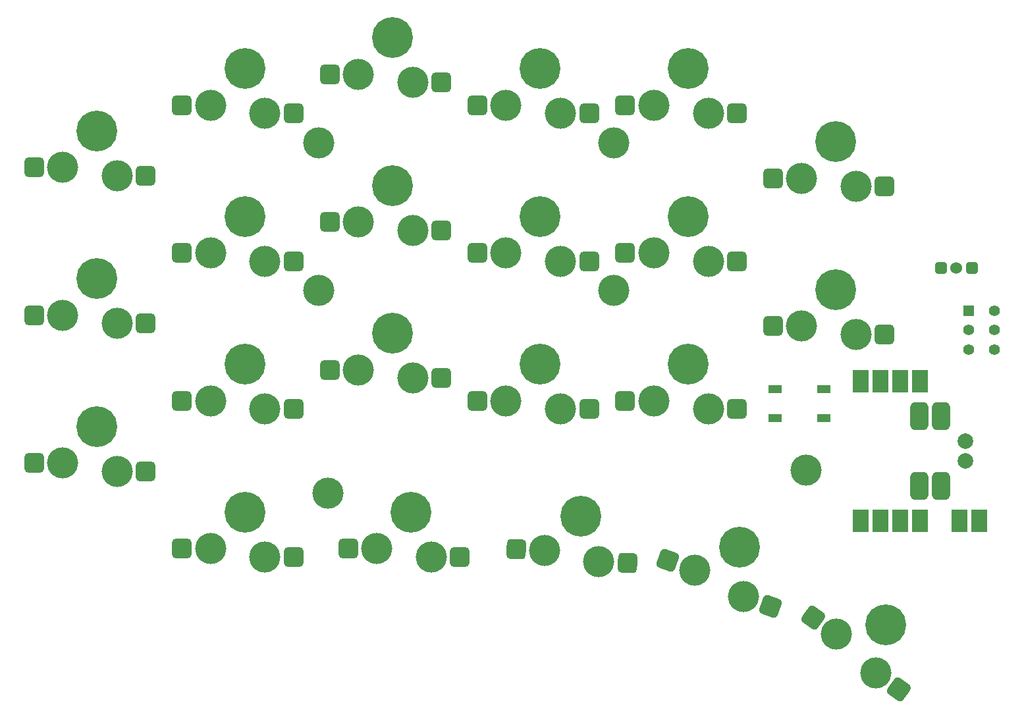
<source format=gbr>
%TF.GenerationSoftware,KiCad,Pcbnew,7.0.2-0*%
%TF.CreationDate,2024-02-20T01:11:18+01:00*%
%TF.ProjectId,defiant,64656669-616e-4742-9e6b-696361645f70,v0.1*%
%TF.SameCoordinates,Original*%
%TF.FileFunction,Soldermask,Bot*%
%TF.FilePolarity,Negative*%
%FSLAX46Y46*%
G04 Gerber Fmt 4.6, Leading zero omitted, Abs format (unit mm)*
G04 Created by KiCad (PCBNEW 7.0.2-0) date 2024-02-20 01:11:18*
%MOMM*%
%LPD*%
G01*
G04 APERTURE LIST*
G04 Aperture macros list*
%AMRoundRect*
0 Rectangle with rounded corners*
0 $1 Rounding radius*
0 $2 $3 $4 $5 $6 $7 $8 $9 X,Y pos of 4 corners*
0 Add a 4 corners polygon primitive as box body*
4,1,4,$2,$3,$4,$5,$6,$7,$8,$9,$2,$3,0*
0 Add four circle primitives for the rounded corners*
1,1,$1+$1,$2,$3*
1,1,$1+$1,$4,$5*
1,1,$1+$1,$6,$7*
1,1,$1+$1,$8,$9*
0 Add four rect primitives between the rounded corners*
20,1,$1+$1,$2,$3,$4,$5,0*
20,1,$1+$1,$4,$5,$6,$7,0*
20,1,$1+$1,$6,$7,$8,$9,0*
20,1,$1+$1,$8,$9,$2,$3,0*%
G04 Aperture macros list end*
%ADD10C,5.250000*%
%ADD11RoundRect,0.500000X-0.750000X-0.775000X0.750000X-0.775000X0.750000X0.775000X-0.750000X0.775000X0*%
%ADD12C,4.000000*%
%ADD13RoundRect,0.500000X-0.789533X-0.734686X0.708412X-0.813190X0.789533X0.734686X-0.708412X0.813190X0*%
%ADD14R,2.000000X3.000000*%
%ADD15C,2.000000*%
%ADD16RoundRect,0.575000X0.575000X-1.225000X0.575000X1.225000X-0.575000X1.225000X-0.575000X-1.225000X0*%
%ADD17RoundRect,0.500000X-1.062296X-0.186149X0.151229X-1.067827X1.062296X0.186149X-0.151229X1.067827X0*%
%ADD18RoundRect,0.381000X0.381000X0.381000X-0.381000X0.381000X-0.381000X-0.381000X0.381000X-0.381000X0*%
%ADD19C,1.524000*%
%ADD20RoundRect,0.500000X-0.969835X-0.471747X0.439704X-0.984777X0.969835X0.471747X-0.439704X0.984777X0*%
%ADD21RoundRect,0.500000X0.750000X0.775000X-0.750000X0.775000X-0.750000X-0.775000X0.750000X-0.775000X0*%
%ADD22R,1.400000X1.400000*%
%ADD23C,1.400000*%
%ADD24R,1.700000X1.000000*%
G04 APERTURE END LIST*
D10*
%TO.C,T0*%
X108176779Y-119757219D03*
X108176779Y-119757219D03*
D11*
X100101779Y-124457219D03*
D12*
X103776779Y-124457219D03*
X110776779Y-125507219D03*
D11*
X114451779Y-125507219D03*
%TD*%
D10*
%TO.C,T2*%
X151402214Y-120270094D03*
X151402214Y-120270094D03*
D13*
X143092302Y-124541040D03*
D12*
X146762265Y-124733375D03*
X153697719Y-126148287D03*
D13*
X157367683Y-126340622D03*
%TD*%
D14*
%TO.C,U1*%
X202640412Y-120905093D03*
X200100412Y-120905093D03*
X195020412Y-102905093D03*
X192480412Y-102905093D03*
X189940412Y-102905093D03*
X187400412Y-102905093D03*
X187400412Y-120905093D03*
X189940412Y-120905093D03*
X192480412Y-120905093D03*
X195020412Y-120905093D03*
D15*
X200870412Y-110635093D03*
X200870412Y-113175093D03*
D16*
X197670412Y-107405093D03*
X197670412Y-116405093D03*
X194895412Y-107405093D03*
X194895412Y-116405093D03*
%TD*%
D12*
%TO.C,REF\u002A\u002A*%
X117652213Y-91260093D03*
%TD*%
%TO.C,*%
X180377963Y-114406770D03*
%TD*%
%TO.C,*%
X118862214Y-117300092D03*
%TD*%
D10*
%TO.C,C5R2*%
X184176784Y-72140093D03*
X184176784Y-72140093D03*
D11*
X176101784Y-76840093D03*
D12*
X179776784Y-76840093D03*
X186776784Y-77890093D03*
D11*
X190451784Y-77890093D03*
%TD*%
D10*
%TO.C,T4*%
X190577573Y-134259665D03*
X190577573Y-134259665D03*
D17*
X181282170Y-133315679D03*
D12*
X184255308Y-135475790D03*
X189301252Y-140439754D03*
D17*
X192274389Y-142599865D03*
%TD*%
D10*
%TO.C,T1*%
X129551779Y-119757218D03*
X129551779Y-119757218D03*
D11*
X121476779Y-124457218D03*
D12*
X125151779Y-124457218D03*
X132151779Y-125507218D03*
D11*
X135826779Y-125507218D03*
%TD*%
D12*
%TO.C,REF\u002A\u002A*%
X155652214Y-72250093D03*
%TD*%
D18*
%TO.C,J1*%
X201677963Y-88406771D03*
X197677963Y-88406771D03*
D19*
X199677963Y-88406771D03*
%TD*%
D10*
%TO.C,T3*%
X171804793Y-124303461D03*
X171804793Y-124303461D03*
D20*
X162609280Y-125958204D03*
D12*
X166062651Y-127215128D03*
X172281378Y-130595946D03*
D20*
X175734748Y-131852870D03*
%TD*%
D10*
%TO.C,C5R3*%
X184176785Y-91140094D03*
X184176785Y-91140094D03*
D11*
X176101785Y-95840094D03*
D12*
X179776785Y-95840094D03*
X186776785Y-96890094D03*
D11*
X190451785Y-96890094D03*
%TD*%
D12*
%TO.C,REF\u002A\u002A*%
X117652214Y-72250093D03*
%TD*%
%TO.C,REF\u002A\u002A*%
X155652214Y-91260092D03*
%TD*%
D10*
%TO.C,C3R1*%
X146176778Y-62757218D03*
X146176778Y-62757218D03*
D21*
X152451778Y-68507218D03*
D12*
X148776778Y-68507218D03*
X141776778Y-67457218D03*
D21*
X138101778Y-67457218D03*
%TD*%
D10*
%TO.C,C3R3*%
X146176778Y-100757216D03*
X146176778Y-100757216D03*
D21*
X152451778Y-106507216D03*
D12*
X148776778Y-106507216D03*
X141776778Y-105457216D03*
D21*
X138101778Y-105457216D03*
%TD*%
D10*
%TO.C,C2R3*%
X127176777Y-96757217D03*
X127176777Y-96757217D03*
D21*
X133451777Y-102507217D03*
D12*
X129776777Y-102507217D03*
X122776777Y-101457217D03*
D21*
X119101777Y-101457217D03*
%TD*%
D10*
%TO.C,C3R2*%
X146176778Y-81757218D03*
X146176778Y-81757218D03*
D21*
X152451778Y-87507218D03*
D12*
X148776778Y-87507218D03*
X141776778Y-86457218D03*
D21*
X138101778Y-86457218D03*
%TD*%
D10*
%TO.C,C0R2*%
X89176779Y-89757216D03*
X89176779Y-89757216D03*
D21*
X95451779Y-95507216D03*
D12*
X91776779Y-95507216D03*
X84776779Y-94457216D03*
D21*
X81101779Y-94457216D03*
%TD*%
D10*
%TO.C,C0R1*%
X89176778Y-70757218D03*
X89176778Y-70757218D03*
D21*
X95451778Y-76507218D03*
D12*
X91776778Y-76507218D03*
X84776778Y-75457218D03*
D21*
X81101778Y-75457218D03*
%TD*%
D10*
%TO.C,C0R3*%
X89176778Y-108757217D03*
X89176778Y-108757217D03*
D21*
X95451778Y-114507217D03*
D12*
X91776778Y-114507217D03*
X84776778Y-113457217D03*
D21*
X81101778Y-113457217D03*
%TD*%
D10*
%TO.C,C4R2*%
X165176779Y-81757218D03*
X165176779Y-81757218D03*
D21*
X171451779Y-87507218D03*
D12*
X167776779Y-87507218D03*
X160776779Y-86457218D03*
D21*
X157101779Y-86457218D03*
%TD*%
D10*
%TO.C,C1R3*%
X108176778Y-100757217D03*
X108176778Y-100757217D03*
D21*
X114451778Y-106507217D03*
D12*
X110776778Y-106507217D03*
X103776778Y-105457217D03*
D21*
X100101778Y-105457217D03*
%TD*%
D22*
%TO.C,SW3*%
X201277964Y-93856770D03*
D23*
X201277964Y-96356770D03*
X201277964Y-98856770D03*
X204577964Y-93856770D03*
X204577964Y-96356770D03*
X204577964Y-98856770D03*
%TD*%
D24*
%TO.C,SW2*%
X182647963Y-103916770D03*
X176347963Y-103916770D03*
X182647963Y-107716770D03*
X176347963Y-107716770D03*
%TD*%
D10*
%TO.C,C2R2*%
X127176777Y-77757217D03*
X127176777Y-77757217D03*
D21*
X133451777Y-83507217D03*
D12*
X129776777Y-83507217D03*
X122776777Y-82457217D03*
D21*
X119101777Y-82457217D03*
%TD*%
D10*
%TO.C,C2R1*%
X127176779Y-58757217D03*
X127176779Y-58757217D03*
D21*
X133451779Y-64507217D03*
D12*
X129776779Y-64507217D03*
X122776779Y-63457217D03*
D21*
X119101779Y-63457217D03*
%TD*%
D10*
%TO.C,C1R2*%
X108176779Y-81757218D03*
X108176779Y-81757218D03*
D21*
X114451779Y-87507218D03*
D12*
X110776779Y-87507218D03*
X103776779Y-86457218D03*
D21*
X100101779Y-86457218D03*
%TD*%
D10*
%TO.C,C4R3*%
X165176778Y-100757217D03*
X165176778Y-100757217D03*
D21*
X171451778Y-106507217D03*
D12*
X167776778Y-106507217D03*
X160776778Y-105457217D03*
D21*
X157101778Y-105457217D03*
%TD*%
D10*
%TO.C,C1R1*%
X108176779Y-62757217D03*
X108176779Y-62757217D03*
D21*
X114451779Y-68507217D03*
D12*
X110776779Y-68507217D03*
X103776779Y-67457217D03*
D21*
X100101779Y-67457217D03*
%TD*%
D10*
%TO.C,C4R1*%
X165176778Y-62757217D03*
X165176778Y-62757217D03*
D21*
X171451778Y-68507217D03*
D12*
X167776778Y-68507217D03*
X160776778Y-67457217D03*
D21*
X157101778Y-67457217D03*
%TD*%
M02*

</source>
